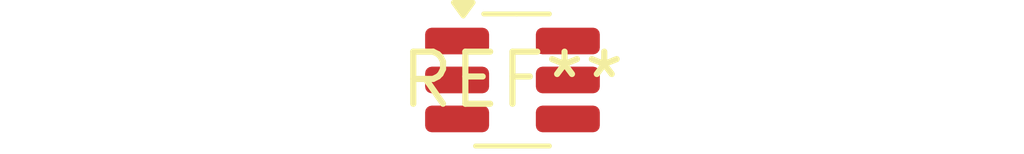
<source format=kicad_pcb>
(kicad_pcb (version 20240108) (generator pcbnew)
  (layers (0 "F.Cu" signal) (31 "B.Cu" signal) (34 "B.Paste" user) (35 "F.Paste" user) (36 "B.SilkS" user "B.Silkscreen") (37 "F.SilkS" user "F.Silkscreen") (38 "B.Mask" user) (39 "F.Mask" user) (44 "Edge.Cuts" user))
  (net 0 "")
  (footprint "SOT-23-6_Handsoldering" (layer "F.Cu") (at 0 0)
    (property "Reference" "REF**")
    (property "Value" "SOT-23-6_Handsoldering")
    (fp_line (start -0.9 1.61) (end 0.9 1.61) (layer "F.SilkS") (stroke (width 0.12)))
    (fp_line (start 0.1 -1.61) (end -0.7 -1.61) (layer "F.SilkS") (stroke (width 0.12)))
    (fp_line (start 0.1 -1.61) (end 0.9 -1.61) (layer "F.SilkS") (stroke (width 0.12)))
    (fp_poly (pts (xy -1.2 -1.56) (xy -1.44 -1.89) (xy -0.96 -1.89) (xy -1.2 -1.56)) (layer "F.SilkS") (stroke (width 0.12)) (fill solid))
    (pad "1" smd roundrect (at -1.35 -0.95) (size 1.56 0.65) (layers "F.Cu" "F.Paste" "F.Mask"))
    (pad "2" smd roundrect (at -1.35 0) (size 1.56 0.65) (layers "F.Cu" "F.Paste" "F.Mask"))
    (pad "3" smd roundrect (at -1.35 0.95) (size 1.56 0.65) (layers "F.Cu" "F.Paste" "F.Mask"))
    (pad "4" smd roundrect (at 1.35 0.95) (size 1.56 0.65) (layers "F.Cu" "F.Paste" "F.Mask"))
    (pad "5" smd roundrect (at 1.35 0) (size 1.56 0.65) (layers "F.Cu" "F.Paste" "F.Mask"))
    (pad "6" smd roundrect (at 1.35 -0.95) (size 1.56 0.65) (layers "F.Cu" "F.Paste" "F.Mask"))
  )
)
</source>
